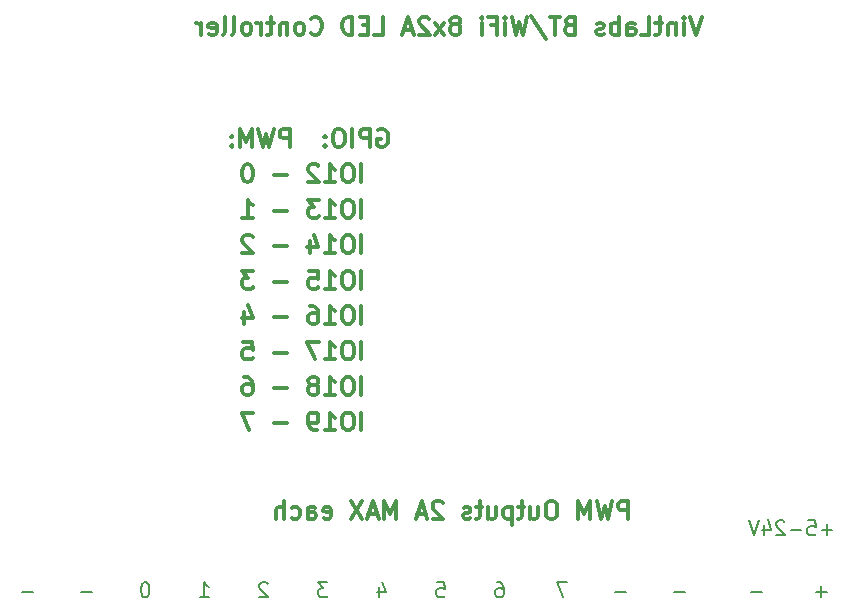
<source format=gbr>
G04 #@! TF.GenerationSoftware,KiCad,Pcbnew,5.1.5*
G04 #@! TF.CreationDate,2020-02-17T18:04:10-05:00*
G04 #@! TF.ProjectId,12V-SmartSwitch,3132562d-536d-4617-9274-537769746368,rev?*
G04 #@! TF.SameCoordinates,Original*
G04 #@! TF.FileFunction,Legend,Bot*
G04 #@! TF.FilePolarity,Positive*
%FSLAX46Y46*%
G04 Gerber Fmt 4.6, Leading zero omitted, Abs format (unit mm)*
G04 Created by KiCad (PCBNEW 5.1.5) date 2020-02-17 18:04:10*
%MOMM*%
%LPD*%
G04 APERTURE LIST*
%ADD10C,0.300000*%
%ADD11C,0.200000*%
G04 APERTURE END LIST*
D10*
X105980714Y-116250000D02*
X106123571Y-116178571D01*
X106337857Y-116178571D01*
X106552142Y-116250000D01*
X106695000Y-116392857D01*
X106766428Y-116535714D01*
X106837857Y-116821428D01*
X106837857Y-117035714D01*
X106766428Y-117321428D01*
X106695000Y-117464285D01*
X106552142Y-117607142D01*
X106337857Y-117678571D01*
X106195000Y-117678571D01*
X105980714Y-117607142D01*
X105909285Y-117535714D01*
X105909285Y-117035714D01*
X106195000Y-117035714D01*
X105266428Y-117678571D02*
X105266428Y-116178571D01*
X104695000Y-116178571D01*
X104552142Y-116250000D01*
X104480714Y-116321428D01*
X104409285Y-116464285D01*
X104409285Y-116678571D01*
X104480714Y-116821428D01*
X104552142Y-116892857D01*
X104695000Y-116964285D01*
X105266428Y-116964285D01*
X103766428Y-117678571D02*
X103766428Y-116178571D01*
X102766428Y-116178571D02*
X102480714Y-116178571D01*
X102337857Y-116250000D01*
X102195000Y-116392857D01*
X102123571Y-116678571D01*
X102123571Y-117178571D01*
X102195000Y-117464285D01*
X102337857Y-117607142D01*
X102480714Y-117678571D01*
X102766428Y-117678571D01*
X102909285Y-117607142D01*
X103052142Y-117464285D01*
X103123571Y-117178571D01*
X103123571Y-116678571D01*
X103052142Y-116392857D01*
X102909285Y-116250000D01*
X102766428Y-116178571D01*
X101480714Y-117535714D02*
X101409285Y-117607142D01*
X101480714Y-117678571D01*
X101552142Y-117607142D01*
X101480714Y-117535714D01*
X101480714Y-117678571D01*
X101480714Y-116750000D02*
X101409285Y-116821428D01*
X101480714Y-116892857D01*
X101552142Y-116821428D01*
X101480714Y-116750000D01*
X101480714Y-116892857D01*
X98480714Y-117678571D02*
X98480714Y-116178571D01*
X97909285Y-116178571D01*
X97766428Y-116250000D01*
X97695000Y-116321428D01*
X97623571Y-116464285D01*
X97623571Y-116678571D01*
X97695000Y-116821428D01*
X97766428Y-116892857D01*
X97909285Y-116964285D01*
X98480714Y-116964285D01*
X97123571Y-116178571D02*
X96766428Y-117678571D01*
X96480714Y-116607142D01*
X96195000Y-117678571D01*
X95837857Y-116178571D01*
X95266428Y-117678571D02*
X95266428Y-116178571D01*
X94766428Y-117250000D01*
X94266428Y-116178571D01*
X94266428Y-117678571D01*
X93552142Y-117535714D02*
X93480714Y-117607142D01*
X93552142Y-117678571D01*
X93623571Y-117607142D01*
X93552142Y-117535714D01*
X93552142Y-117678571D01*
X93552142Y-116750000D02*
X93480714Y-116821428D01*
X93552142Y-116892857D01*
X93623571Y-116821428D01*
X93552142Y-116750000D01*
X93552142Y-116892857D01*
D11*
X76726190Y-155339285D02*
X75773809Y-155339285D01*
X81726190Y-155339285D02*
X80773809Y-155339285D01*
X86309523Y-154565476D02*
X86190476Y-154565476D01*
X86071428Y-154625000D01*
X86011904Y-154684523D01*
X85952380Y-154803571D01*
X85892857Y-155041666D01*
X85892857Y-155339285D01*
X85952380Y-155577380D01*
X86011904Y-155696428D01*
X86071428Y-155755952D01*
X86190476Y-155815476D01*
X86309523Y-155815476D01*
X86428571Y-155755952D01*
X86488095Y-155696428D01*
X86547619Y-155577380D01*
X86607142Y-155339285D01*
X86607142Y-155041666D01*
X86547619Y-154803571D01*
X86488095Y-154684523D01*
X86428571Y-154625000D01*
X86309523Y-154565476D01*
X90892857Y-155815476D02*
X91607142Y-155815476D01*
X91250000Y-155815476D02*
X91250000Y-154565476D01*
X91369047Y-154744047D01*
X91488095Y-154863095D01*
X91607142Y-154922619D01*
X96607142Y-154684523D02*
X96547619Y-154625000D01*
X96428571Y-154565476D01*
X96130952Y-154565476D01*
X96011904Y-154625000D01*
X95952380Y-154684523D01*
X95892857Y-154803571D01*
X95892857Y-154922619D01*
X95952380Y-155101190D01*
X96666666Y-155815476D01*
X95892857Y-155815476D01*
X101666666Y-154565476D02*
X100892857Y-154565476D01*
X101309523Y-155041666D01*
X101130952Y-155041666D01*
X101011904Y-155101190D01*
X100952380Y-155160714D01*
X100892857Y-155279761D01*
X100892857Y-155577380D01*
X100952380Y-155696428D01*
X101011904Y-155755952D01*
X101130952Y-155815476D01*
X101488095Y-155815476D01*
X101607142Y-155755952D01*
X101666666Y-155696428D01*
X106011904Y-154982142D02*
X106011904Y-155815476D01*
X106309523Y-154505952D02*
X106607142Y-155398809D01*
X105833333Y-155398809D01*
X116011904Y-154565476D02*
X116250000Y-154565476D01*
X116369047Y-154625000D01*
X116428571Y-154684523D01*
X116547619Y-154863095D01*
X116607142Y-155101190D01*
X116607142Y-155577380D01*
X116547619Y-155696428D01*
X116488095Y-155755952D01*
X116369047Y-155815476D01*
X116130952Y-155815476D01*
X116011904Y-155755952D01*
X115952380Y-155696428D01*
X115892857Y-155577380D01*
X115892857Y-155279761D01*
X115952380Y-155160714D01*
X116011904Y-155101190D01*
X116130952Y-155041666D01*
X116369047Y-155041666D01*
X116488095Y-155101190D01*
X116547619Y-155160714D01*
X116607142Y-155279761D01*
X121916666Y-154565476D02*
X121083333Y-154565476D01*
X121619047Y-155815476D01*
X126976190Y-155339285D02*
X126023809Y-155339285D01*
X131976190Y-155339285D02*
X131023809Y-155339285D01*
X138476190Y-155339285D02*
X137523809Y-155339285D01*
X143976190Y-155339285D02*
X143023809Y-155339285D01*
X143500000Y-155815476D02*
X143500000Y-154863095D01*
X110952380Y-154565476D02*
X111547619Y-154565476D01*
X111607142Y-155160714D01*
X111547619Y-155101190D01*
X111428571Y-155041666D01*
X111130952Y-155041666D01*
X111011904Y-155101190D01*
X110952380Y-155160714D01*
X110892857Y-155279761D01*
X110892857Y-155577380D01*
X110952380Y-155696428D01*
X111011904Y-155755952D01*
X111130952Y-155815476D01*
X111428571Y-155815476D01*
X111547619Y-155755952D01*
X111607142Y-155696428D01*
D10*
X104552142Y-141678571D02*
X104552142Y-140178571D01*
X103552142Y-140178571D02*
X103266428Y-140178571D01*
X103123571Y-140250000D01*
X102980714Y-140392857D01*
X102909285Y-140678571D01*
X102909285Y-141178571D01*
X102980714Y-141464285D01*
X103123571Y-141607142D01*
X103266428Y-141678571D01*
X103552142Y-141678571D01*
X103695000Y-141607142D01*
X103837857Y-141464285D01*
X103909285Y-141178571D01*
X103909285Y-140678571D01*
X103837857Y-140392857D01*
X103695000Y-140250000D01*
X103552142Y-140178571D01*
X101480714Y-141678571D02*
X102337857Y-141678571D01*
X101909285Y-141678571D02*
X101909285Y-140178571D01*
X102052142Y-140392857D01*
X102195000Y-140535714D01*
X102337857Y-140607142D01*
X100766428Y-141678571D02*
X100480714Y-141678571D01*
X100337857Y-141607142D01*
X100266428Y-141535714D01*
X100123571Y-141321428D01*
X100052142Y-141035714D01*
X100052142Y-140464285D01*
X100123571Y-140321428D01*
X100195000Y-140250000D01*
X100337857Y-140178571D01*
X100623571Y-140178571D01*
X100766428Y-140250000D01*
X100837857Y-140321428D01*
X100909285Y-140464285D01*
X100909285Y-140821428D01*
X100837857Y-140964285D01*
X100766428Y-141035714D01*
X100623571Y-141107142D01*
X100337857Y-141107142D01*
X100195000Y-141035714D01*
X100123571Y-140964285D01*
X100052142Y-140821428D01*
X98266428Y-141107142D02*
X97123571Y-141107142D01*
X95409285Y-140178571D02*
X94409285Y-140178571D01*
X95052142Y-141678571D01*
X104552142Y-138678571D02*
X104552142Y-137178571D01*
X103552142Y-137178571D02*
X103266428Y-137178571D01*
X103123571Y-137250000D01*
X102980714Y-137392857D01*
X102909285Y-137678571D01*
X102909285Y-138178571D01*
X102980714Y-138464285D01*
X103123571Y-138607142D01*
X103266428Y-138678571D01*
X103552142Y-138678571D01*
X103695000Y-138607142D01*
X103837857Y-138464285D01*
X103909285Y-138178571D01*
X103909285Y-137678571D01*
X103837857Y-137392857D01*
X103695000Y-137250000D01*
X103552142Y-137178571D01*
X101480714Y-138678571D02*
X102337857Y-138678571D01*
X101909285Y-138678571D02*
X101909285Y-137178571D01*
X102052142Y-137392857D01*
X102195000Y-137535714D01*
X102337857Y-137607142D01*
X100623571Y-137821428D02*
X100766428Y-137750000D01*
X100837857Y-137678571D01*
X100909285Y-137535714D01*
X100909285Y-137464285D01*
X100837857Y-137321428D01*
X100766428Y-137250000D01*
X100623571Y-137178571D01*
X100337857Y-137178571D01*
X100195000Y-137250000D01*
X100123571Y-137321428D01*
X100052142Y-137464285D01*
X100052142Y-137535714D01*
X100123571Y-137678571D01*
X100195000Y-137750000D01*
X100337857Y-137821428D01*
X100623571Y-137821428D01*
X100766428Y-137892857D01*
X100837857Y-137964285D01*
X100909285Y-138107142D01*
X100909285Y-138392857D01*
X100837857Y-138535714D01*
X100766428Y-138607142D01*
X100623571Y-138678571D01*
X100337857Y-138678571D01*
X100195000Y-138607142D01*
X100123571Y-138535714D01*
X100052142Y-138392857D01*
X100052142Y-138107142D01*
X100123571Y-137964285D01*
X100195000Y-137892857D01*
X100337857Y-137821428D01*
X98266428Y-138107142D02*
X97123571Y-138107142D01*
X94623571Y-137178571D02*
X94909285Y-137178571D01*
X95052142Y-137250000D01*
X95123571Y-137321428D01*
X95266428Y-137535714D01*
X95337857Y-137821428D01*
X95337857Y-138392857D01*
X95266428Y-138535714D01*
X95195000Y-138607142D01*
X95052142Y-138678571D01*
X94766428Y-138678571D01*
X94623571Y-138607142D01*
X94552142Y-138535714D01*
X94480714Y-138392857D01*
X94480714Y-138035714D01*
X94552142Y-137892857D01*
X94623571Y-137821428D01*
X94766428Y-137750000D01*
X95052142Y-137750000D01*
X95195000Y-137821428D01*
X95266428Y-137892857D01*
X95337857Y-138035714D01*
X104552142Y-135678571D02*
X104552142Y-134178571D01*
X103552142Y-134178571D02*
X103266428Y-134178571D01*
X103123571Y-134250000D01*
X102980714Y-134392857D01*
X102909285Y-134678571D01*
X102909285Y-135178571D01*
X102980714Y-135464285D01*
X103123571Y-135607142D01*
X103266428Y-135678571D01*
X103552142Y-135678571D01*
X103695000Y-135607142D01*
X103837857Y-135464285D01*
X103909285Y-135178571D01*
X103909285Y-134678571D01*
X103837857Y-134392857D01*
X103695000Y-134250000D01*
X103552142Y-134178571D01*
X101480714Y-135678571D02*
X102337857Y-135678571D01*
X101909285Y-135678571D02*
X101909285Y-134178571D01*
X102052142Y-134392857D01*
X102195000Y-134535714D01*
X102337857Y-134607142D01*
X100980714Y-134178571D02*
X99980714Y-134178571D01*
X100623571Y-135678571D01*
X98266428Y-135107142D02*
X97123571Y-135107142D01*
X94552142Y-134178571D02*
X95266428Y-134178571D01*
X95337857Y-134892857D01*
X95266428Y-134821428D01*
X95123571Y-134750000D01*
X94766428Y-134750000D01*
X94623571Y-134821428D01*
X94552142Y-134892857D01*
X94480714Y-135035714D01*
X94480714Y-135392857D01*
X94552142Y-135535714D01*
X94623571Y-135607142D01*
X94766428Y-135678571D01*
X95123571Y-135678571D01*
X95266428Y-135607142D01*
X95337857Y-135535714D01*
X104552142Y-132678571D02*
X104552142Y-131178571D01*
X103552142Y-131178571D02*
X103266428Y-131178571D01*
X103123571Y-131250000D01*
X102980714Y-131392857D01*
X102909285Y-131678571D01*
X102909285Y-132178571D01*
X102980714Y-132464285D01*
X103123571Y-132607142D01*
X103266428Y-132678571D01*
X103552142Y-132678571D01*
X103695000Y-132607142D01*
X103837857Y-132464285D01*
X103909285Y-132178571D01*
X103909285Y-131678571D01*
X103837857Y-131392857D01*
X103695000Y-131250000D01*
X103552142Y-131178571D01*
X101480714Y-132678571D02*
X102337857Y-132678571D01*
X101909285Y-132678571D02*
X101909285Y-131178571D01*
X102052142Y-131392857D01*
X102195000Y-131535714D01*
X102337857Y-131607142D01*
X100195000Y-131178571D02*
X100480714Y-131178571D01*
X100623571Y-131250000D01*
X100695000Y-131321428D01*
X100837857Y-131535714D01*
X100909285Y-131821428D01*
X100909285Y-132392857D01*
X100837857Y-132535714D01*
X100766428Y-132607142D01*
X100623571Y-132678571D01*
X100337857Y-132678571D01*
X100195000Y-132607142D01*
X100123571Y-132535714D01*
X100052142Y-132392857D01*
X100052142Y-132035714D01*
X100123571Y-131892857D01*
X100195000Y-131821428D01*
X100337857Y-131750000D01*
X100623571Y-131750000D01*
X100766428Y-131821428D01*
X100837857Y-131892857D01*
X100909285Y-132035714D01*
X98266428Y-132107142D02*
X97123571Y-132107142D01*
X94623571Y-131678571D02*
X94623571Y-132678571D01*
X94980714Y-131107142D02*
X95337857Y-132178571D01*
X94409285Y-132178571D01*
X104552142Y-129678571D02*
X104552142Y-128178571D01*
X103552142Y-128178571D02*
X103266428Y-128178571D01*
X103123571Y-128250000D01*
X102980714Y-128392857D01*
X102909285Y-128678571D01*
X102909285Y-129178571D01*
X102980714Y-129464285D01*
X103123571Y-129607142D01*
X103266428Y-129678571D01*
X103552142Y-129678571D01*
X103695000Y-129607142D01*
X103837857Y-129464285D01*
X103909285Y-129178571D01*
X103909285Y-128678571D01*
X103837857Y-128392857D01*
X103695000Y-128250000D01*
X103552142Y-128178571D01*
X101480714Y-129678571D02*
X102337857Y-129678571D01*
X101909285Y-129678571D02*
X101909285Y-128178571D01*
X102052142Y-128392857D01*
X102195000Y-128535714D01*
X102337857Y-128607142D01*
X100123571Y-128178571D02*
X100837857Y-128178571D01*
X100909285Y-128892857D01*
X100837857Y-128821428D01*
X100695000Y-128750000D01*
X100337857Y-128750000D01*
X100195000Y-128821428D01*
X100123571Y-128892857D01*
X100052142Y-129035714D01*
X100052142Y-129392857D01*
X100123571Y-129535714D01*
X100195000Y-129607142D01*
X100337857Y-129678571D01*
X100695000Y-129678571D01*
X100837857Y-129607142D01*
X100909285Y-129535714D01*
X98266428Y-129107142D02*
X97123571Y-129107142D01*
X95409285Y-128178571D02*
X94480714Y-128178571D01*
X94980714Y-128750000D01*
X94766428Y-128750000D01*
X94623571Y-128821428D01*
X94552142Y-128892857D01*
X94480714Y-129035714D01*
X94480714Y-129392857D01*
X94552142Y-129535714D01*
X94623571Y-129607142D01*
X94766428Y-129678571D01*
X95195000Y-129678571D01*
X95337857Y-129607142D01*
X95409285Y-129535714D01*
X104552142Y-126678571D02*
X104552142Y-125178571D01*
X103552142Y-125178571D02*
X103266428Y-125178571D01*
X103123571Y-125250000D01*
X102980714Y-125392857D01*
X102909285Y-125678571D01*
X102909285Y-126178571D01*
X102980714Y-126464285D01*
X103123571Y-126607142D01*
X103266428Y-126678571D01*
X103552142Y-126678571D01*
X103695000Y-126607142D01*
X103837857Y-126464285D01*
X103909285Y-126178571D01*
X103909285Y-125678571D01*
X103837857Y-125392857D01*
X103695000Y-125250000D01*
X103552142Y-125178571D01*
X101480714Y-126678571D02*
X102337857Y-126678571D01*
X101909285Y-126678571D02*
X101909285Y-125178571D01*
X102052142Y-125392857D01*
X102195000Y-125535714D01*
X102337857Y-125607142D01*
X100195000Y-125678571D02*
X100195000Y-126678571D01*
X100552142Y-125107142D02*
X100909285Y-126178571D01*
X99980714Y-126178571D01*
X98266428Y-126107142D02*
X97123571Y-126107142D01*
X95337857Y-125321428D02*
X95266428Y-125250000D01*
X95123571Y-125178571D01*
X94766428Y-125178571D01*
X94623571Y-125250000D01*
X94552142Y-125321428D01*
X94480714Y-125464285D01*
X94480714Y-125607142D01*
X94552142Y-125821428D01*
X95409285Y-126678571D01*
X94480714Y-126678571D01*
X104552142Y-123678571D02*
X104552142Y-122178571D01*
X103552142Y-122178571D02*
X103266428Y-122178571D01*
X103123571Y-122250000D01*
X102980714Y-122392857D01*
X102909285Y-122678571D01*
X102909285Y-123178571D01*
X102980714Y-123464285D01*
X103123571Y-123607142D01*
X103266428Y-123678571D01*
X103552142Y-123678571D01*
X103695000Y-123607142D01*
X103837857Y-123464285D01*
X103909285Y-123178571D01*
X103909285Y-122678571D01*
X103837857Y-122392857D01*
X103695000Y-122250000D01*
X103552142Y-122178571D01*
X101480714Y-123678571D02*
X102337857Y-123678571D01*
X101909285Y-123678571D02*
X101909285Y-122178571D01*
X102052142Y-122392857D01*
X102195000Y-122535714D01*
X102337857Y-122607142D01*
X100980714Y-122178571D02*
X100052142Y-122178571D01*
X100552142Y-122750000D01*
X100337857Y-122750000D01*
X100195000Y-122821428D01*
X100123571Y-122892857D01*
X100052142Y-123035714D01*
X100052142Y-123392857D01*
X100123571Y-123535714D01*
X100195000Y-123607142D01*
X100337857Y-123678571D01*
X100766428Y-123678571D01*
X100909285Y-123607142D01*
X100980714Y-123535714D01*
X98266428Y-123107142D02*
X97123571Y-123107142D01*
X94480714Y-123678571D02*
X95337857Y-123678571D01*
X94909285Y-123678571D02*
X94909285Y-122178571D01*
X95052142Y-122392857D01*
X95195000Y-122535714D01*
X95337857Y-122607142D01*
X104552142Y-120678571D02*
X104552142Y-119178571D01*
X103552142Y-119178571D02*
X103266428Y-119178571D01*
X103123571Y-119250000D01*
X102980714Y-119392857D01*
X102909285Y-119678571D01*
X102909285Y-120178571D01*
X102980714Y-120464285D01*
X103123571Y-120607142D01*
X103266428Y-120678571D01*
X103552142Y-120678571D01*
X103695000Y-120607142D01*
X103837857Y-120464285D01*
X103909285Y-120178571D01*
X103909285Y-119678571D01*
X103837857Y-119392857D01*
X103695000Y-119250000D01*
X103552142Y-119178571D01*
X101480714Y-120678571D02*
X102337857Y-120678571D01*
X101909285Y-120678571D02*
X101909285Y-119178571D01*
X102052142Y-119392857D01*
X102195000Y-119535714D01*
X102337857Y-119607142D01*
X100909285Y-119321428D02*
X100837857Y-119250000D01*
X100695000Y-119178571D01*
X100337857Y-119178571D01*
X100195000Y-119250000D01*
X100123571Y-119321428D01*
X100052142Y-119464285D01*
X100052142Y-119607142D01*
X100123571Y-119821428D01*
X100980714Y-120678571D01*
X100052142Y-120678571D01*
X98266428Y-120107142D02*
X97123571Y-120107142D01*
X94980714Y-119178571D02*
X94837857Y-119178571D01*
X94695000Y-119250000D01*
X94623571Y-119321428D01*
X94552142Y-119464285D01*
X94480714Y-119750000D01*
X94480714Y-120107142D01*
X94552142Y-120392857D01*
X94623571Y-120535714D01*
X94695000Y-120607142D01*
X94837857Y-120678571D01*
X94980714Y-120678571D01*
X95123571Y-120607142D01*
X95195000Y-120535714D01*
X95266428Y-120392857D01*
X95337857Y-120107142D01*
X95337857Y-119750000D01*
X95266428Y-119464285D01*
X95195000Y-119321428D01*
X95123571Y-119250000D01*
X94980714Y-119178571D01*
X127142857Y-149178571D02*
X127142857Y-147678571D01*
X126571428Y-147678571D01*
X126428571Y-147750000D01*
X126357142Y-147821428D01*
X126285714Y-147964285D01*
X126285714Y-148178571D01*
X126357142Y-148321428D01*
X126428571Y-148392857D01*
X126571428Y-148464285D01*
X127142857Y-148464285D01*
X125785714Y-147678571D02*
X125428571Y-149178571D01*
X125142857Y-148107142D01*
X124857142Y-149178571D01*
X124500000Y-147678571D01*
X123928571Y-149178571D02*
X123928571Y-147678571D01*
X123428571Y-148750000D01*
X122928571Y-147678571D01*
X122928571Y-149178571D01*
X120785714Y-147678571D02*
X120500000Y-147678571D01*
X120357142Y-147750000D01*
X120214285Y-147892857D01*
X120142857Y-148178571D01*
X120142857Y-148678571D01*
X120214285Y-148964285D01*
X120357142Y-149107142D01*
X120500000Y-149178571D01*
X120785714Y-149178571D01*
X120928571Y-149107142D01*
X121071428Y-148964285D01*
X121142857Y-148678571D01*
X121142857Y-148178571D01*
X121071428Y-147892857D01*
X120928571Y-147750000D01*
X120785714Y-147678571D01*
X118857142Y-148178571D02*
X118857142Y-149178571D01*
X119500000Y-148178571D02*
X119500000Y-148964285D01*
X119428571Y-149107142D01*
X119285714Y-149178571D01*
X119071428Y-149178571D01*
X118928571Y-149107142D01*
X118857142Y-149035714D01*
X118357142Y-148178571D02*
X117785714Y-148178571D01*
X118142857Y-147678571D02*
X118142857Y-148964285D01*
X118071428Y-149107142D01*
X117928571Y-149178571D01*
X117785714Y-149178571D01*
X117285714Y-148178571D02*
X117285714Y-149678571D01*
X117285714Y-148250000D02*
X117142857Y-148178571D01*
X116857142Y-148178571D01*
X116714285Y-148250000D01*
X116642857Y-148321428D01*
X116571428Y-148464285D01*
X116571428Y-148892857D01*
X116642857Y-149035714D01*
X116714285Y-149107142D01*
X116857142Y-149178571D01*
X117142857Y-149178571D01*
X117285714Y-149107142D01*
X115285714Y-148178571D02*
X115285714Y-149178571D01*
X115928571Y-148178571D02*
X115928571Y-148964285D01*
X115857142Y-149107142D01*
X115714285Y-149178571D01*
X115500000Y-149178571D01*
X115357142Y-149107142D01*
X115285714Y-149035714D01*
X114785714Y-148178571D02*
X114214285Y-148178571D01*
X114571428Y-147678571D02*
X114571428Y-148964285D01*
X114500000Y-149107142D01*
X114357142Y-149178571D01*
X114214285Y-149178571D01*
X113785714Y-149107142D02*
X113642857Y-149178571D01*
X113357142Y-149178571D01*
X113214285Y-149107142D01*
X113142857Y-148964285D01*
X113142857Y-148892857D01*
X113214285Y-148750000D01*
X113357142Y-148678571D01*
X113571428Y-148678571D01*
X113714285Y-148607142D01*
X113785714Y-148464285D01*
X113785714Y-148392857D01*
X113714285Y-148250000D01*
X113571428Y-148178571D01*
X113357142Y-148178571D01*
X113214285Y-148250000D01*
X111428571Y-147821428D02*
X111357142Y-147750000D01*
X111214285Y-147678571D01*
X110857142Y-147678571D01*
X110714285Y-147750000D01*
X110642857Y-147821428D01*
X110571428Y-147964285D01*
X110571428Y-148107142D01*
X110642857Y-148321428D01*
X111500000Y-149178571D01*
X110571428Y-149178571D01*
X110000000Y-148750000D02*
X109285714Y-148750000D01*
X110142857Y-149178571D02*
X109642857Y-147678571D01*
X109142857Y-149178571D01*
X107500000Y-149178571D02*
X107500000Y-147678571D01*
X107000000Y-148750000D01*
X106500000Y-147678571D01*
X106500000Y-149178571D01*
X105857142Y-148750000D02*
X105142857Y-148750000D01*
X106000000Y-149178571D02*
X105500000Y-147678571D01*
X105000000Y-149178571D01*
X104642857Y-147678571D02*
X103642857Y-149178571D01*
X103642857Y-147678571D02*
X104642857Y-149178571D01*
X101357142Y-149107142D02*
X101500000Y-149178571D01*
X101785714Y-149178571D01*
X101928571Y-149107142D01*
X102000000Y-148964285D01*
X102000000Y-148392857D01*
X101928571Y-148250000D01*
X101785714Y-148178571D01*
X101500000Y-148178571D01*
X101357142Y-148250000D01*
X101285714Y-148392857D01*
X101285714Y-148535714D01*
X102000000Y-148678571D01*
X100000000Y-149178571D02*
X100000000Y-148392857D01*
X100071428Y-148250000D01*
X100214285Y-148178571D01*
X100500000Y-148178571D01*
X100642857Y-148250000D01*
X100000000Y-149107142D02*
X100142857Y-149178571D01*
X100500000Y-149178571D01*
X100642857Y-149107142D01*
X100714285Y-148964285D01*
X100714285Y-148821428D01*
X100642857Y-148678571D01*
X100500000Y-148607142D01*
X100142857Y-148607142D01*
X100000000Y-148535714D01*
X98642857Y-149107142D02*
X98785714Y-149178571D01*
X99071428Y-149178571D01*
X99214285Y-149107142D01*
X99285714Y-149035714D01*
X99357142Y-148892857D01*
X99357142Y-148464285D01*
X99285714Y-148321428D01*
X99214285Y-148250000D01*
X99071428Y-148178571D01*
X98785714Y-148178571D01*
X98642857Y-148250000D01*
X98000000Y-149178571D02*
X98000000Y-147678571D01*
X97357142Y-149178571D02*
X97357142Y-148392857D01*
X97428571Y-148250000D01*
X97571428Y-148178571D01*
X97785714Y-148178571D01*
X97928571Y-148250000D01*
X98000000Y-148321428D01*
D11*
X144428571Y-150092857D02*
X143514285Y-150092857D01*
X143971428Y-150588095D02*
X143971428Y-149597619D01*
X142371428Y-149288095D02*
X142942857Y-149288095D01*
X143000000Y-149907142D01*
X142942857Y-149845238D01*
X142828571Y-149783333D01*
X142542857Y-149783333D01*
X142428571Y-149845238D01*
X142371428Y-149907142D01*
X142314285Y-150030952D01*
X142314285Y-150340476D01*
X142371428Y-150464285D01*
X142428571Y-150526190D01*
X142542857Y-150588095D01*
X142828571Y-150588095D01*
X142942857Y-150526190D01*
X143000000Y-150464285D01*
X141800000Y-150092857D02*
X140885714Y-150092857D01*
X140371428Y-149411904D02*
X140314285Y-149350000D01*
X140200000Y-149288095D01*
X139914285Y-149288095D01*
X139800000Y-149350000D01*
X139742857Y-149411904D01*
X139685714Y-149535714D01*
X139685714Y-149659523D01*
X139742857Y-149845238D01*
X140428571Y-150588095D01*
X139685714Y-150588095D01*
X138657142Y-149721428D02*
X138657142Y-150588095D01*
X138942857Y-149226190D02*
X139228571Y-150154761D01*
X138485714Y-150154761D01*
X138200000Y-149288095D02*
X137800000Y-150588095D01*
X137400000Y-149288095D01*
D10*
X133362142Y-106678571D02*
X132862142Y-108178571D01*
X132362142Y-106678571D01*
X131862142Y-108178571D02*
X131862142Y-107178571D01*
X131862142Y-106678571D02*
X131933571Y-106750000D01*
X131862142Y-106821428D01*
X131790714Y-106750000D01*
X131862142Y-106678571D01*
X131862142Y-106821428D01*
X131147857Y-107178571D02*
X131147857Y-108178571D01*
X131147857Y-107321428D02*
X131076428Y-107250000D01*
X130933571Y-107178571D01*
X130719285Y-107178571D01*
X130576428Y-107250000D01*
X130505000Y-107392857D01*
X130505000Y-108178571D01*
X130005000Y-107178571D02*
X129433571Y-107178571D01*
X129790714Y-106678571D02*
X129790714Y-107964285D01*
X129719285Y-108107142D01*
X129576428Y-108178571D01*
X129433571Y-108178571D01*
X128219285Y-108178571D02*
X128933571Y-108178571D01*
X128933571Y-106678571D01*
X127076428Y-108178571D02*
X127076428Y-107392857D01*
X127147857Y-107250000D01*
X127290714Y-107178571D01*
X127576428Y-107178571D01*
X127719285Y-107250000D01*
X127076428Y-108107142D02*
X127219285Y-108178571D01*
X127576428Y-108178571D01*
X127719285Y-108107142D01*
X127790714Y-107964285D01*
X127790714Y-107821428D01*
X127719285Y-107678571D01*
X127576428Y-107607142D01*
X127219285Y-107607142D01*
X127076428Y-107535714D01*
X126362142Y-108178571D02*
X126362142Y-106678571D01*
X126362142Y-107250000D02*
X126219285Y-107178571D01*
X125933571Y-107178571D01*
X125790714Y-107250000D01*
X125719285Y-107321428D01*
X125647857Y-107464285D01*
X125647857Y-107892857D01*
X125719285Y-108035714D01*
X125790714Y-108107142D01*
X125933571Y-108178571D01*
X126219285Y-108178571D01*
X126362142Y-108107142D01*
X125076428Y-108107142D02*
X124933571Y-108178571D01*
X124647857Y-108178571D01*
X124505000Y-108107142D01*
X124433571Y-107964285D01*
X124433571Y-107892857D01*
X124505000Y-107750000D01*
X124647857Y-107678571D01*
X124862142Y-107678571D01*
X125005000Y-107607142D01*
X125076428Y-107464285D01*
X125076428Y-107392857D01*
X125005000Y-107250000D01*
X124862142Y-107178571D01*
X124647857Y-107178571D01*
X124505000Y-107250000D01*
X122147857Y-107392857D02*
X121933571Y-107464285D01*
X121862142Y-107535714D01*
X121790714Y-107678571D01*
X121790714Y-107892857D01*
X121862142Y-108035714D01*
X121933571Y-108107142D01*
X122076428Y-108178571D01*
X122647857Y-108178571D01*
X122647857Y-106678571D01*
X122147857Y-106678571D01*
X122005000Y-106750000D01*
X121933571Y-106821428D01*
X121862142Y-106964285D01*
X121862142Y-107107142D01*
X121933571Y-107250000D01*
X122005000Y-107321428D01*
X122147857Y-107392857D01*
X122647857Y-107392857D01*
X121362142Y-106678571D02*
X120505000Y-106678571D01*
X120933571Y-108178571D02*
X120933571Y-106678571D01*
X118933571Y-106607142D02*
X120219285Y-108535714D01*
X118576428Y-106678571D02*
X118219285Y-108178571D01*
X117933571Y-107107142D01*
X117647857Y-108178571D01*
X117290714Y-106678571D01*
X116719285Y-108178571D02*
X116719285Y-107178571D01*
X116719285Y-106678571D02*
X116790714Y-106750000D01*
X116719285Y-106821428D01*
X116647857Y-106750000D01*
X116719285Y-106678571D01*
X116719285Y-106821428D01*
X115505000Y-107392857D02*
X116005000Y-107392857D01*
X116005000Y-108178571D02*
X116005000Y-106678571D01*
X115290714Y-106678571D01*
X114719285Y-108178571D02*
X114719285Y-107178571D01*
X114719285Y-106678571D02*
X114790714Y-106750000D01*
X114719285Y-106821428D01*
X114647857Y-106750000D01*
X114719285Y-106678571D01*
X114719285Y-106821428D01*
X112647857Y-107321428D02*
X112790714Y-107250000D01*
X112862142Y-107178571D01*
X112933571Y-107035714D01*
X112933571Y-106964285D01*
X112862142Y-106821428D01*
X112790714Y-106750000D01*
X112647857Y-106678571D01*
X112362142Y-106678571D01*
X112219285Y-106750000D01*
X112147857Y-106821428D01*
X112076428Y-106964285D01*
X112076428Y-107035714D01*
X112147857Y-107178571D01*
X112219285Y-107250000D01*
X112362142Y-107321428D01*
X112647857Y-107321428D01*
X112790714Y-107392857D01*
X112862142Y-107464285D01*
X112933571Y-107607142D01*
X112933571Y-107892857D01*
X112862142Y-108035714D01*
X112790714Y-108107142D01*
X112647857Y-108178571D01*
X112362142Y-108178571D01*
X112219285Y-108107142D01*
X112147857Y-108035714D01*
X112076428Y-107892857D01*
X112076428Y-107607142D01*
X112147857Y-107464285D01*
X112219285Y-107392857D01*
X112362142Y-107321428D01*
X111576428Y-108178571D02*
X110790714Y-107178571D01*
X111576428Y-107178571D02*
X110790714Y-108178571D01*
X110290714Y-106821428D02*
X110219285Y-106750000D01*
X110076428Y-106678571D01*
X109719285Y-106678571D01*
X109576428Y-106750000D01*
X109505000Y-106821428D01*
X109433571Y-106964285D01*
X109433571Y-107107142D01*
X109505000Y-107321428D01*
X110362142Y-108178571D01*
X109433571Y-108178571D01*
X108862142Y-107750000D02*
X108147857Y-107750000D01*
X109005000Y-108178571D02*
X108505000Y-106678571D01*
X108005000Y-108178571D01*
X105647857Y-108178571D02*
X106362142Y-108178571D01*
X106362142Y-106678571D01*
X105147857Y-107392857D02*
X104647857Y-107392857D01*
X104433571Y-108178571D02*
X105147857Y-108178571D01*
X105147857Y-106678571D01*
X104433571Y-106678571D01*
X103790714Y-108178571D02*
X103790714Y-106678571D01*
X103433571Y-106678571D01*
X103219285Y-106750000D01*
X103076428Y-106892857D01*
X103005000Y-107035714D01*
X102933571Y-107321428D01*
X102933571Y-107535714D01*
X103005000Y-107821428D01*
X103076428Y-107964285D01*
X103219285Y-108107142D01*
X103433571Y-108178571D01*
X103790714Y-108178571D01*
X100290714Y-108035714D02*
X100362142Y-108107142D01*
X100576428Y-108178571D01*
X100719285Y-108178571D01*
X100933571Y-108107142D01*
X101076428Y-107964285D01*
X101147857Y-107821428D01*
X101219285Y-107535714D01*
X101219285Y-107321428D01*
X101147857Y-107035714D01*
X101076428Y-106892857D01*
X100933571Y-106750000D01*
X100719285Y-106678571D01*
X100576428Y-106678571D01*
X100362142Y-106750000D01*
X100290714Y-106821428D01*
X99433571Y-108178571D02*
X99576428Y-108107142D01*
X99647857Y-108035714D01*
X99719285Y-107892857D01*
X99719285Y-107464285D01*
X99647857Y-107321428D01*
X99576428Y-107250000D01*
X99433571Y-107178571D01*
X99219285Y-107178571D01*
X99076428Y-107250000D01*
X99005000Y-107321428D01*
X98933571Y-107464285D01*
X98933571Y-107892857D01*
X99005000Y-108035714D01*
X99076428Y-108107142D01*
X99219285Y-108178571D01*
X99433571Y-108178571D01*
X98290714Y-107178571D02*
X98290714Y-108178571D01*
X98290714Y-107321428D02*
X98219285Y-107250000D01*
X98076428Y-107178571D01*
X97862142Y-107178571D01*
X97719285Y-107250000D01*
X97647857Y-107392857D01*
X97647857Y-108178571D01*
X97147857Y-107178571D02*
X96576428Y-107178571D01*
X96933571Y-106678571D02*
X96933571Y-107964285D01*
X96862142Y-108107142D01*
X96719285Y-108178571D01*
X96576428Y-108178571D01*
X96076428Y-108178571D02*
X96076428Y-107178571D01*
X96076428Y-107464285D02*
X96005000Y-107321428D01*
X95933571Y-107250000D01*
X95790714Y-107178571D01*
X95647857Y-107178571D01*
X94933571Y-108178571D02*
X95076428Y-108107142D01*
X95147857Y-108035714D01*
X95219285Y-107892857D01*
X95219285Y-107464285D01*
X95147857Y-107321428D01*
X95076428Y-107250000D01*
X94933571Y-107178571D01*
X94719285Y-107178571D01*
X94576428Y-107250000D01*
X94505000Y-107321428D01*
X94433571Y-107464285D01*
X94433571Y-107892857D01*
X94505000Y-108035714D01*
X94576428Y-108107142D01*
X94719285Y-108178571D01*
X94933571Y-108178571D01*
X93576428Y-108178571D02*
X93719285Y-108107142D01*
X93790714Y-107964285D01*
X93790714Y-106678571D01*
X92790714Y-108178571D02*
X92933571Y-108107142D01*
X93005000Y-107964285D01*
X93005000Y-106678571D01*
X91647857Y-108107142D02*
X91790714Y-108178571D01*
X92076428Y-108178571D01*
X92219285Y-108107142D01*
X92290714Y-107964285D01*
X92290714Y-107392857D01*
X92219285Y-107250000D01*
X92076428Y-107178571D01*
X91790714Y-107178571D01*
X91647857Y-107250000D01*
X91576428Y-107392857D01*
X91576428Y-107535714D01*
X92290714Y-107678571D01*
X90933571Y-108178571D02*
X90933571Y-107178571D01*
X90933571Y-107464285D02*
X90862142Y-107321428D01*
X90790714Y-107250000D01*
X90647857Y-107178571D01*
X90505000Y-107178571D01*
M02*

</source>
